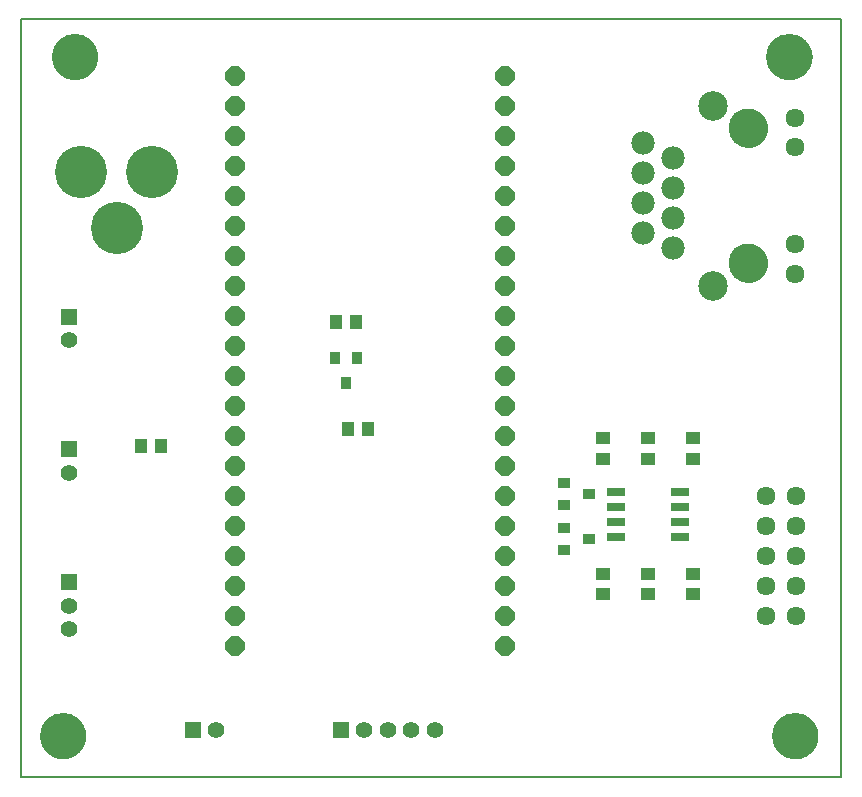
<source format=gts>
G75*
%MOIN*%
%OFA0B0*%
%FSLAX25Y25*%
%IPPOS*%
%LPD*%
%AMOC8*
5,1,8,0,0,1.08239X$1,22.5*
%
%ADD10C,0.00600*%
%ADD11C,0.00000*%
%ADD12C,0.15361*%
%ADD13C,0.05550*%
%ADD14R,0.05550X0.05550*%
%ADD15C,0.07800*%
%ADD16C,0.09849*%
%ADD17C,0.06337*%
%ADD18C,0.12998*%
%ADD19C,0.17400*%
%ADD20OC8,0.06337*%
%ADD21R,0.06400X0.02800*%
%ADD22R,0.03943X0.03550*%
%ADD23R,0.04731X0.04337*%
%ADD24R,0.04337X0.04731*%
%ADD25R,0.03550X0.03943*%
D10*
X0015315Y0001300D02*
X0015315Y0253859D01*
X0288346Y0253859D01*
X0288346Y0001300D01*
X0015315Y0001300D01*
D11*
X0021614Y0015080D02*
X0021616Y0015264D01*
X0021623Y0015447D01*
X0021634Y0015630D01*
X0021650Y0015813D01*
X0021670Y0015996D01*
X0021695Y0016178D01*
X0021724Y0016359D01*
X0021758Y0016539D01*
X0021796Y0016719D01*
X0021838Y0016897D01*
X0021885Y0017075D01*
X0021936Y0017251D01*
X0021992Y0017426D01*
X0022051Y0017600D01*
X0022115Y0017772D01*
X0022183Y0017942D01*
X0022256Y0018111D01*
X0022332Y0018278D01*
X0022413Y0018443D01*
X0022497Y0018606D01*
X0022586Y0018767D01*
X0022678Y0018925D01*
X0022774Y0019082D01*
X0022875Y0019236D01*
X0022978Y0019387D01*
X0023086Y0019536D01*
X0023197Y0019682D01*
X0023312Y0019825D01*
X0023430Y0019966D01*
X0023552Y0020103D01*
X0023677Y0020238D01*
X0023805Y0020369D01*
X0023936Y0020497D01*
X0024071Y0020622D01*
X0024208Y0020744D01*
X0024349Y0020862D01*
X0024492Y0020977D01*
X0024638Y0021088D01*
X0024787Y0021196D01*
X0024938Y0021299D01*
X0025092Y0021400D01*
X0025249Y0021496D01*
X0025407Y0021588D01*
X0025568Y0021677D01*
X0025731Y0021761D01*
X0025896Y0021842D01*
X0026063Y0021918D01*
X0026232Y0021991D01*
X0026402Y0022059D01*
X0026574Y0022123D01*
X0026748Y0022182D01*
X0026923Y0022238D01*
X0027099Y0022289D01*
X0027277Y0022336D01*
X0027455Y0022378D01*
X0027635Y0022416D01*
X0027815Y0022450D01*
X0027996Y0022479D01*
X0028178Y0022504D01*
X0028361Y0022524D01*
X0028544Y0022540D01*
X0028727Y0022551D01*
X0028910Y0022558D01*
X0029094Y0022560D01*
X0029278Y0022558D01*
X0029461Y0022551D01*
X0029644Y0022540D01*
X0029827Y0022524D01*
X0030010Y0022504D01*
X0030192Y0022479D01*
X0030373Y0022450D01*
X0030553Y0022416D01*
X0030733Y0022378D01*
X0030911Y0022336D01*
X0031089Y0022289D01*
X0031265Y0022238D01*
X0031440Y0022182D01*
X0031614Y0022123D01*
X0031786Y0022059D01*
X0031956Y0021991D01*
X0032125Y0021918D01*
X0032292Y0021842D01*
X0032457Y0021761D01*
X0032620Y0021677D01*
X0032781Y0021588D01*
X0032939Y0021496D01*
X0033096Y0021400D01*
X0033250Y0021299D01*
X0033401Y0021196D01*
X0033550Y0021088D01*
X0033696Y0020977D01*
X0033839Y0020862D01*
X0033980Y0020744D01*
X0034117Y0020622D01*
X0034252Y0020497D01*
X0034383Y0020369D01*
X0034511Y0020238D01*
X0034636Y0020103D01*
X0034758Y0019966D01*
X0034876Y0019825D01*
X0034991Y0019682D01*
X0035102Y0019536D01*
X0035210Y0019387D01*
X0035313Y0019236D01*
X0035414Y0019082D01*
X0035510Y0018925D01*
X0035602Y0018767D01*
X0035691Y0018606D01*
X0035775Y0018443D01*
X0035856Y0018278D01*
X0035932Y0018111D01*
X0036005Y0017942D01*
X0036073Y0017772D01*
X0036137Y0017600D01*
X0036196Y0017426D01*
X0036252Y0017251D01*
X0036303Y0017075D01*
X0036350Y0016897D01*
X0036392Y0016719D01*
X0036430Y0016539D01*
X0036464Y0016359D01*
X0036493Y0016178D01*
X0036518Y0015996D01*
X0036538Y0015813D01*
X0036554Y0015630D01*
X0036565Y0015447D01*
X0036572Y0015264D01*
X0036574Y0015080D01*
X0036572Y0014896D01*
X0036565Y0014713D01*
X0036554Y0014530D01*
X0036538Y0014347D01*
X0036518Y0014164D01*
X0036493Y0013982D01*
X0036464Y0013801D01*
X0036430Y0013621D01*
X0036392Y0013441D01*
X0036350Y0013263D01*
X0036303Y0013085D01*
X0036252Y0012909D01*
X0036196Y0012734D01*
X0036137Y0012560D01*
X0036073Y0012388D01*
X0036005Y0012218D01*
X0035932Y0012049D01*
X0035856Y0011882D01*
X0035775Y0011717D01*
X0035691Y0011554D01*
X0035602Y0011393D01*
X0035510Y0011235D01*
X0035414Y0011078D01*
X0035313Y0010924D01*
X0035210Y0010773D01*
X0035102Y0010624D01*
X0034991Y0010478D01*
X0034876Y0010335D01*
X0034758Y0010194D01*
X0034636Y0010057D01*
X0034511Y0009922D01*
X0034383Y0009791D01*
X0034252Y0009663D01*
X0034117Y0009538D01*
X0033980Y0009416D01*
X0033839Y0009298D01*
X0033696Y0009183D01*
X0033550Y0009072D01*
X0033401Y0008964D01*
X0033250Y0008861D01*
X0033096Y0008760D01*
X0032939Y0008664D01*
X0032781Y0008572D01*
X0032620Y0008483D01*
X0032457Y0008399D01*
X0032292Y0008318D01*
X0032125Y0008242D01*
X0031956Y0008169D01*
X0031786Y0008101D01*
X0031614Y0008037D01*
X0031440Y0007978D01*
X0031265Y0007922D01*
X0031089Y0007871D01*
X0030911Y0007824D01*
X0030733Y0007782D01*
X0030553Y0007744D01*
X0030373Y0007710D01*
X0030192Y0007681D01*
X0030010Y0007656D01*
X0029827Y0007636D01*
X0029644Y0007620D01*
X0029461Y0007609D01*
X0029278Y0007602D01*
X0029094Y0007600D01*
X0028910Y0007602D01*
X0028727Y0007609D01*
X0028544Y0007620D01*
X0028361Y0007636D01*
X0028178Y0007656D01*
X0027996Y0007681D01*
X0027815Y0007710D01*
X0027635Y0007744D01*
X0027455Y0007782D01*
X0027277Y0007824D01*
X0027099Y0007871D01*
X0026923Y0007922D01*
X0026748Y0007978D01*
X0026574Y0008037D01*
X0026402Y0008101D01*
X0026232Y0008169D01*
X0026063Y0008242D01*
X0025896Y0008318D01*
X0025731Y0008399D01*
X0025568Y0008483D01*
X0025407Y0008572D01*
X0025249Y0008664D01*
X0025092Y0008760D01*
X0024938Y0008861D01*
X0024787Y0008964D01*
X0024638Y0009072D01*
X0024492Y0009183D01*
X0024349Y0009298D01*
X0024208Y0009416D01*
X0024071Y0009538D01*
X0023936Y0009663D01*
X0023805Y0009791D01*
X0023677Y0009922D01*
X0023552Y0010057D01*
X0023430Y0010194D01*
X0023312Y0010335D01*
X0023197Y0010478D01*
X0023086Y0010624D01*
X0022978Y0010773D01*
X0022875Y0010924D01*
X0022774Y0011078D01*
X0022678Y0011235D01*
X0022586Y0011393D01*
X0022497Y0011554D01*
X0022413Y0011717D01*
X0022332Y0011882D01*
X0022256Y0012049D01*
X0022183Y0012218D01*
X0022115Y0012388D01*
X0022051Y0012560D01*
X0021992Y0012734D01*
X0021936Y0012909D01*
X0021885Y0013085D01*
X0021838Y0013263D01*
X0021796Y0013441D01*
X0021758Y0013621D01*
X0021724Y0013801D01*
X0021695Y0013982D01*
X0021670Y0014164D01*
X0021650Y0014347D01*
X0021634Y0014530D01*
X0021623Y0014713D01*
X0021616Y0014896D01*
X0021614Y0015080D01*
X0251240Y0172658D02*
X0251242Y0172816D01*
X0251248Y0172974D01*
X0251258Y0173132D01*
X0251272Y0173290D01*
X0251290Y0173447D01*
X0251311Y0173604D01*
X0251337Y0173760D01*
X0251367Y0173916D01*
X0251400Y0174071D01*
X0251438Y0174224D01*
X0251479Y0174377D01*
X0251524Y0174529D01*
X0251573Y0174680D01*
X0251626Y0174829D01*
X0251682Y0174977D01*
X0251742Y0175123D01*
X0251806Y0175268D01*
X0251874Y0175411D01*
X0251945Y0175553D01*
X0252019Y0175693D01*
X0252097Y0175830D01*
X0252179Y0175966D01*
X0252263Y0176100D01*
X0252352Y0176231D01*
X0252443Y0176360D01*
X0252538Y0176487D01*
X0252635Y0176612D01*
X0252736Y0176734D01*
X0252840Y0176853D01*
X0252947Y0176970D01*
X0253057Y0177084D01*
X0253170Y0177195D01*
X0253285Y0177304D01*
X0253403Y0177409D01*
X0253524Y0177511D01*
X0253647Y0177611D01*
X0253773Y0177707D01*
X0253901Y0177800D01*
X0254031Y0177890D01*
X0254164Y0177976D01*
X0254299Y0178060D01*
X0254435Y0178139D01*
X0254574Y0178216D01*
X0254715Y0178288D01*
X0254857Y0178358D01*
X0255001Y0178423D01*
X0255147Y0178485D01*
X0255294Y0178543D01*
X0255443Y0178598D01*
X0255593Y0178649D01*
X0255744Y0178696D01*
X0255896Y0178739D01*
X0256049Y0178778D01*
X0256204Y0178814D01*
X0256359Y0178845D01*
X0256515Y0178873D01*
X0256671Y0178897D01*
X0256828Y0178917D01*
X0256986Y0178933D01*
X0257143Y0178945D01*
X0257302Y0178953D01*
X0257460Y0178957D01*
X0257618Y0178957D01*
X0257776Y0178953D01*
X0257935Y0178945D01*
X0258092Y0178933D01*
X0258250Y0178917D01*
X0258407Y0178897D01*
X0258563Y0178873D01*
X0258719Y0178845D01*
X0258874Y0178814D01*
X0259029Y0178778D01*
X0259182Y0178739D01*
X0259334Y0178696D01*
X0259485Y0178649D01*
X0259635Y0178598D01*
X0259784Y0178543D01*
X0259931Y0178485D01*
X0260077Y0178423D01*
X0260221Y0178358D01*
X0260363Y0178288D01*
X0260504Y0178216D01*
X0260643Y0178139D01*
X0260779Y0178060D01*
X0260914Y0177976D01*
X0261047Y0177890D01*
X0261177Y0177800D01*
X0261305Y0177707D01*
X0261431Y0177611D01*
X0261554Y0177511D01*
X0261675Y0177409D01*
X0261793Y0177304D01*
X0261908Y0177195D01*
X0262021Y0177084D01*
X0262131Y0176970D01*
X0262238Y0176853D01*
X0262342Y0176734D01*
X0262443Y0176612D01*
X0262540Y0176487D01*
X0262635Y0176360D01*
X0262726Y0176231D01*
X0262815Y0176100D01*
X0262899Y0175966D01*
X0262981Y0175830D01*
X0263059Y0175693D01*
X0263133Y0175553D01*
X0263204Y0175411D01*
X0263272Y0175268D01*
X0263336Y0175123D01*
X0263396Y0174977D01*
X0263452Y0174829D01*
X0263505Y0174680D01*
X0263554Y0174529D01*
X0263599Y0174377D01*
X0263640Y0174224D01*
X0263678Y0174071D01*
X0263711Y0173916D01*
X0263741Y0173760D01*
X0263767Y0173604D01*
X0263788Y0173447D01*
X0263806Y0173290D01*
X0263820Y0173132D01*
X0263830Y0172974D01*
X0263836Y0172816D01*
X0263838Y0172658D01*
X0263836Y0172500D01*
X0263830Y0172342D01*
X0263820Y0172184D01*
X0263806Y0172026D01*
X0263788Y0171869D01*
X0263767Y0171712D01*
X0263741Y0171556D01*
X0263711Y0171400D01*
X0263678Y0171245D01*
X0263640Y0171092D01*
X0263599Y0170939D01*
X0263554Y0170787D01*
X0263505Y0170636D01*
X0263452Y0170487D01*
X0263396Y0170339D01*
X0263336Y0170193D01*
X0263272Y0170048D01*
X0263204Y0169905D01*
X0263133Y0169763D01*
X0263059Y0169623D01*
X0262981Y0169486D01*
X0262899Y0169350D01*
X0262815Y0169216D01*
X0262726Y0169085D01*
X0262635Y0168956D01*
X0262540Y0168829D01*
X0262443Y0168704D01*
X0262342Y0168582D01*
X0262238Y0168463D01*
X0262131Y0168346D01*
X0262021Y0168232D01*
X0261908Y0168121D01*
X0261793Y0168012D01*
X0261675Y0167907D01*
X0261554Y0167805D01*
X0261431Y0167705D01*
X0261305Y0167609D01*
X0261177Y0167516D01*
X0261047Y0167426D01*
X0260914Y0167340D01*
X0260779Y0167256D01*
X0260643Y0167177D01*
X0260504Y0167100D01*
X0260363Y0167028D01*
X0260221Y0166958D01*
X0260077Y0166893D01*
X0259931Y0166831D01*
X0259784Y0166773D01*
X0259635Y0166718D01*
X0259485Y0166667D01*
X0259334Y0166620D01*
X0259182Y0166577D01*
X0259029Y0166538D01*
X0258874Y0166502D01*
X0258719Y0166471D01*
X0258563Y0166443D01*
X0258407Y0166419D01*
X0258250Y0166399D01*
X0258092Y0166383D01*
X0257935Y0166371D01*
X0257776Y0166363D01*
X0257618Y0166359D01*
X0257460Y0166359D01*
X0257302Y0166363D01*
X0257143Y0166371D01*
X0256986Y0166383D01*
X0256828Y0166399D01*
X0256671Y0166419D01*
X0256515Y0166443D01*
X0256359Y0166471D01*
X0256204Y0166502D01*
X0256049Y0166538D01*
X0255896Y0166577D01*
X0255744Y0166620D01*
X0255593Y0166667D01*
X0255443Y0166718D01*
X0255294Y0166773D01*
X0255147Y0166831D01*
X0255001Y0166893D01*
X0254857Y0166958D01*
X0254715Y0167028D01*
X0254574Y0167100D01*
X0254435Y0167177D01*
X0254299Y0167256D01*
X0254164Y0167340D01*
X0254031Y0167426D01*
X0253901Y0167516D01*
X0253773Y0167609D01*
X0253647Y0167705D01*
X0253524Y0167805D01*
X0253403Y0167907D01*
X0253285Y0168012D01*
X0253170Y0168121D01*
X0253057Y0168232D01*
X0252947Y0168346D01*
X0252840Y0168463D01*
X0252736Y0168582D01*
X0252635Y0168704D01*
X0252538Y0168829D01*
X0252443Y0168956D01*
X0252352Y0169085D01*
X0252263Y0169216D01*
X0252179Y0169350D01*
X0252097Y0169486D01*
X0252019Y0169623D01*
X0251945Y0169763D01*
X0251874Y0169905D01*
X0251806Y0170048D01*
X0251742Y0170193D01*
X0251682Y0170339D01*
X0251626Y0170487D01*
X0251573Y0170636D01*
X0251524Y0170787D01*
X0251479Y0170939D01*
X0251438Y0171092D01*
X0251400Y0171245D01*
X0251367Y0171400D01*
X0251337Y0171556D01*
X0251311Y0171712D01*
X0251290Y0171869D01*
X0251272Y0172026D01*
X0251258Y0172184D01*
X0251248Y0172342D01*
X0251242Y0172500D01*
X0251240Y0172658D01*
X0251240Y0217658D02*
X0251242Y0217816D01*
X0251248Y0217974D01*
X0251258Y0218132D01*
X0251272Y0218290D01*
X0251290Y0218447D01*
X0251311Y0218604D01*
X0251337Y0218760D01*
X0251367Y0218916D01*
X0251400Y0219071D01*
X0251438Y0219224D01*
X0251479Y0219377D01*
X0251524Y0219529D01*
X0251573Y0219680D01*
X0251626Y0219829D01*
X0251682Y0219977D01*
X0251742Y0220123D01*
X0251806Y0220268D01*
X0251874Y0220411D01*
X0251945Y0220553D01*
X0252019Y0220693D01*
X0252097Y0220830D01*
X0252179Y0220966D01*
X0252263Y0221100D01*
X0252352Y0221231D01*
X0252443Y0221360D01*
X0252538Y0221487D01*
X0252635Y0221612D01*
X0252736Y0221734D01*
X0252840Y0221853D01*
X0252947Y0221970D01*
X0253057Y0222084D01*
X0253170Y0222195D01*
X0253285Y0222304D01*
X0253403Y0222409D01*
X0253524Y0222511D01*
X0253647Y0222611D01*
X0253773Y0222707D01*
X0253901Y0222800D01*
X0254031Y0222890D01*
X0254164Y0222976D01*
X0254299Y0223060D01*
X0254435Y0223139D01*
X0254574Y0223216D01*
X0254715Y0223288D01*
X0254857Y0223358D01*
X0255001Y0223423D01*
X0255147Y0223485D01*
X0255294Y0223543D01*
X0255443Y0223598D01*
X0255593Y0223649D01*
X0255744Y0223696D01*
X0255896Y0223739D01*
X0256049Y0223778D01*
X0256204Y0223814D01*
X0256359Y0223845D01*
X0256515Y0223873D01*
X0256671Y0223897D01*
X0256828Y0223917D01*
X0256986Y0223933D01*
X0257143Y0223945D01*
X0257302Y0223953D01*
X0257460Y0223957D01*
X0257618Y0223957D01*
X0257776Y0223953D01*
X0257935Y0223945D01*
X0258092Y0223933D01*
X0258250Y0223917D01*
X0258407Y0223897D01*
X0258563Y0223873D01*
X0258719Y0223845D01*
X0258874Y0223814D01*
X0259029Y0223778D01*
X0259182Y0223739D01*
X0259334Y0223696D01*
X0259485Y0223649D01*
X0259635Y0223598D01*
X0259784Y0223543D01*
X0259931Y0223485D01*
X0260077Y0223423D01*
X0260221Y0223358D01*
X0260363Y0223288D01*
X0260504Y0223216D01*
X0260643Y0223139D01*
X0260779Y0223060D01*
X0260914Y0222976D01*
X0261047Y0222890D01*
X0261177Y0222800D01*
X0261305Y0222707D01*
X0261431Y0222611D01*
X0261554Y0222511D01*
X0261675Y0222409D01*
X0261793Y0222304D01*
X0261908Y0222195D01*
X0262021Y0222084D01*
X0262131Y0221970D01*
X0262238Y0221853D01*
X0262342Y0221734D01*
X0262443Y0221612D01*
X0262540Y0221487D01*
X0262635Y0221360D01*
X0262726Y0221231D01*
X0262815Y0221100D01*
X0262899Y0220966D01*
X0262981Y0220830D01*
X0263059Y0220693D01*
X0263133Y0220553D01*
X0263204Y0220411D01*
X0263272Y0220268D01*
X0263336Y0220123D01*
X0263396Y0219977D01*
X0263452Y0219829D01*
X0263505Y0219680D01*
X0263554Y0219529D01*
X0263599Y0219377D01*
X0263640Y0219224D01*
X0263678Y0219071D01*
X0263711Y0218916D01*
X0263741Y0218760D01*
X0263767Y0218604D01*
X0263788Y0218447D01*
X0263806Y0218290D01*
X0263820Y0218132D01*
X0263830Y0217974D01*
X0263836Y0217816D01*
X0263838Y0217658D01*
X0263836Y0217500D01*
X0263830Y0217342D01*
X0263820Y0217184D01*
X0263806Y0217026D01*
X0263788Y0216869D01*
X0263767Y0216712D01*
X0263741Y0216556D01*
X0263711Y0216400D01*
X0263678Y0216245D01*
X0263640Y0216092D01*
X0263599Y0215939D01*
X0263554Y0215787D01*
X0263505Y0215636D01*
X0263452Y0215487D01*
X0263396Y0215339D01*
X0263336Y0215193D01*
X0263272Y0215048D01*
X0263204Y0214905D01*
X0263133Y0214763D01*
X0263059Y0214623D01*
X0262981Y0214486D01*
X0262899Y0214350D01*
X0262815Y0214216D01*
X0262726Y0214085D01*
X0262635Y0213956D01*
X0262540Y0213829D01*
X0262443Y0213704D01*
X0262342Y0213582D01*
X0262238Y0213463D01*
X0262131Y0213346D01*
X0262021Y0213232D01*
X0261908Y0213121D01*
X0261793Y0213012D01*
X0261675Y0212907D01*
X0261554Y0212805D01*
X0261431Y0212705D01*
X0261305Y0212609D01*
X0261177Y0212516D01*
X0261047Y0212426D01*
X0260914Y0212340D01*
X0260779Y0212256D01*
X0260643Y0212177D01*
X0260504Y0212100D01*
X0260363Y0212028D01*
X0260221Y0211958D01*
X0260077Y0211893D01*
X0259931Y0211831D01*
X0259784Y0211773D01*
X0259635Y0211718D01*
X0259485Y0211667D01*
X0259334Y0211620D01*
X0259182Y0211577D01*
X0259029Y0211538D01*
X0258874Y0211502D01*
X0258719Y0211471D01*
X0258563Y0211443D01*
X0258407Y0211419D01*
X0258250Y0211399D01*
X0258092Y0211383D01*
X0257935Y0211371D01*
X0257776Y0211363D01*
X0257618Y0211359D01*
X0257460Y0211359D01*
X0257302Y0211363D01*
X0257143Y0211371D01*
X0256986Y0211383D01*
X0256828Y0211399D01*
X0256671Y0211419D01*
X0256515Y0211443D01*
X0256359Y0211471D01*
X0256204Y0211502D01*
X0256049Y0211538D01*
X0255896Y0211577D01*
X0255744Y0211620D01*
X0255593Y0211667D01*
X0255443Y0211718D01*
X0255294Y0211773D01*
X0255147Y0211831D01*
X0255001Y0211893D01*
X0254857Y0211958D01*
X0254715Y0212028D01*
X0254574Y0212100D01*
X0254435Y0212177D01*
X0254299Y0212256D01*
X0254164Y0212340D01*
X0254031Y0212426D01*
X0253901Y0212516D01*
X0253773Y0212609D01*
X0253647Y0212705D01*
X0253524Y0212805D01*
X0253403Y0212907D01*
X0253285Y0213012D01*
X0253170Y0213121D01*
X0253057Y0213232D01*
X0252947Y0213346D01*
X0252840Y0213463D01*
X0252736Y0213582D01*
X0252635Y0213704D01*
X0252538Y0213829D01*
X0252443Y0213956D01*
X0252352Y0214085D01*
X0252263Y0214216D01*
X0252179Y0214350D01*
X0252097Y0214486D01*
X0252019Y0214623D01*
X0251945Y0214763D01*
X0251874Y0214905D01*
X0251806Y0215048D01*
X0251742Y0215193D01*
X0251682Y0215339D01*
X0251626Y0215487D01*
X0251573Y0215636D01*
X0251524Y0215787D01*
X0251479Y0215939D01*
X0251438Y0216092D01*
X0251400Y0216245D01*
X0251367Y0216400D01*
X0251337Y0216556D01*
X0251311Y0216712D01*
X0251290Y0216869D01*
X0251272Y0217026D01*
X0251258Y0217184D01*
X0251248Y0217342D01*
X0251242Y0217500D01*
X0251240Y0217658D01*
X0263740Y0241457D02*
X0263742Y0241641D01*
X0263749Y0241824D01*
X0263760Y0242007D01*
X0263776Y0242190D01*
X0263796Y0242373D01*
X0263821Y0242555D01*
X0263850Y0242736D01*
X0263884Y0242916D01*
X0263922Y0243096D01*
X0263964Y0243274D01*
X0264011Y0243452D01*
X0264062Y0243628D01*
X0264118Y0243803D01*
X0264177Y0243977D01*
X0264241Y0244149D01*
X0264309Y0244319D01*
X0264382Y0244488D01*
X0264458Y0244655D01*
X0264539Y0244820D01*
X0264623Y0244983D01*
X0264712Y0245144D01*
X0264804Y0245302D01*
X0264900Y0245459D01*
X0265001Y0245613D01*
X0265104Y0245764D01*
X0265212Y0245913D01*
X0265323Y0246059D01*
X0265438Y0246202D01*
X0265556Y0246343D01*
X0265678Y0246480D01*
X0265803Y0246615D01*
X0265931Y0246746D01*
X0266062Y0246874D01*
X0266197Y0246999D01*
X0266334Y0247121D01*
X0266475Y0247239D01*
X0266618Y0247354D01*
X0266764Y0247465D01*
X0266913Y0247573D01*
X0267064Y0247676D01*
X0267218Y0247777D01*
X0267375Y0247873D01*
X0267533Y0247965D01*
X0267694Y0248054D01*
X0267857Y0248138D01*
X0268022Y0248219D01*
X0268189Y0248295D01*
X0268358Y0248368D01*
X0268528Y0248436D01*
X0268700Y0248500D01*
X0268874Y0248559D01*
X0269049Y0248615D01*
X0269225Y0248666D01*
X0269403Y0248713D01*
X0269581Y0248755D01*
X0269761Y0248793D01*
X0269941Y0248827D01*
X0270122Y0248856D01*
X0270304Y0248881D01*
X0270487Y0248901D01*
X0270670Y0248917D01*
X0270853Y0248928D01*
X0271036Y0248935D01*
X0271220Y0248937D01*
X0271404Y0248935D01*
X0271587Y0248928D01*
X0271770Y0248917D01*
X0271953Y0248901D01*
X0272136Y0248881D01*
X0272318Y0248856D01*
X0272499Y0248827D01*
X0272679Y0248793D01*
X0272859Y0248755D01*
X0273037Y0248713D01*
X0273215Y0248666D01*
X0273391Y0248615D01*
X0273566Y0248559D01*
X0273740Y0248500D01*
X0273912Y0248436D01*
X0274082Y0248368D01*
X0274251Y0248295D01*
X0274418Y0248219D01*
X0274583Y0248138D01*
X0274746Y0248054D01*
X0274907Y0247965D01*
X0275065Y0247873D01*
X0275222Y0247777D01*
X0275376Y0247676D01*
X0275527Y0247573D01*
X0275676Y0247465D01*
X0275822Y0247354D01*
X0275965Y0247239D01*
X0276106Y0247121D01*
X0276243Y0246999D01*
X0276378Y0246874D01*
X0276509Y0246746D01*
X0276637Y0246615D01*
X0276762Y0246480D01*
X0276884Y0246343D01*
X0277002Y0246202D01*
X0277117Y0246059D01*
X0277228Y0245913D01*
X0277336Y0245764D01*
X0277439Y0245613D01*
X0277540Y0245459D01*
X0277636Y0245302D01*
X0277728Y0245144D01*
X0277817Y0244983D01*
X0277901Y0244820D01*
X0277982Y0244655D01*
X0278058Y0244488D01*
X0278131Y0244319D01*
X0278199Y0244149D01*
X0278263Y0243977D01*
X0278322Y0243803D01*
X0278378Y0243628D01*
X0278429Y0243452D01*
X0278476Y0243274D01*
X0278518Y0243096D01*
X0278556Y0242916D01*
X0278590Y0242736D01*
X0278619Y0242555D01*
X0278644Y0242373D01*
X0278664Y0242190D01*
X0278680Y0242007D01*
X0278691Y0241824D01*
X0278698Y0241641D01*
X0278700Y0241457D01*
X0278698Y0241273D01*
X0278691Y0241090D01*
X0278680Y0240907D01*
X0278664Y0240724D01*
X0278644Y0240541D01*
X0278619Y0240359D01*
X0278590Y0240178D01*
X0278556Y0239998D01*
X0278518Y0239818D01*
X0278476Y0239640D01*
X0278429Y0239462D01*
X0278378Y0239286D01*
X0278322Y0239111D01*
X0278263Y0238937D01*
X0278199Y0238765D01*
X0278131Y0238595D01*
X0278058Y0238426D01*
X0277982Y0238259D01*
X0277901Y0238094D01*
X0277817Y0237931D01*
X0277728Y0237770D01*
X0277636Y0237612D01*
X0277540Y0237455D01*
X0277439Y0237301D01*
X0277336Y0237150D01*
X0277228Y0237001D01*
X0277117Y0236855D01*
X0277002Y0236712D01*
X0276884Y0236571D01*
X0276762Y0236434D01*
X0276637Y0236299D01*
X0276509Y0236168D01*
X0276378Y0236040D01*
X0276243Y0235915D01*
X0276106Y0235793D01*
X0275965Y0235675D01*
X0275822Y0235560D01*
X0275676Y0235449D01*
X0275527Y0235341D01*
X0275376Y0235238D01*
X0275222Y0235137D01*
X0275065Y0235041D01*
X0274907Y0234949D01*
X0274746Y0234860D01*
X0274583Y0234776D01*
X0274418Y0234695D01*
X0274251Y0234619D01*
X0274082Y0234546D01*
X0273912Y0234478D01*
X0273740Y0234414D01*
X0273566Y0234355D01*
X0273391Y0234299D01*
X0273215Y0234248D01*
X0273037Y0234201D01*
X0272859Y0234159D01*
X0272679Y0234121D01*
X0272499Y0234087D01*
X0272318Y0234058D01*
X0272136Y0234033D01*
X0271953Y0234013D01*
X0271770Y0233997D01*
X0271587Y0233986D01*
X0271404Y0233979D01*
X0271220Y0233977D01*
X0271036Y0233979D01*
X0270853Y0233986D01*
X0270670Y0233997D01*
X0270487Y0234013D01*
X0270304Y0234033D01*
X0270122Y0234058D01*
X0269941Y0234087D01*
X0269761Y0234121D01*
X0269581Y0234159D01*
X0269403Y0234201D01*
X0269225Y0234248D01*
X0269049Y0234299D01*
X0268874Y0234355D01*
X0268700Y0234414D01*
X0268528Y0234478D01*
X0268358Y0234546D01*
X0268189Y0234619D01*
X0268022Y0234695D01*
X0267857Y0234776D01*
X0267694Y0234860D01*
X0267533Y0234949D01*
X0267375Y0235041D01*
X0267218Y0235137D01*
X0267064Y0235238D01*
X0266913Y0235341D01*
X0266764Y0235449D01*
X0266618Y0235560D01*
X0266475Y0235675D01*
X0266334Y0235793D01*
X0266197Y0235915D01*
X0266062Y0236040D01*
X0265931Y0236168D01*
X0265803Y0236299D01*
X0265678Y0236434D01*
X0265556Y0236571D01*
X0265438Y0236712D01*
X0265323Y0236855D01*
X0265212Y0237001D01*
X0265104Y0237150D01*
X0265001Y0237301D01*
X0264900Y0237455D01*
X0264804Y0237612D01*
X0264712Y0237770D01*
X0264623Y0237931D01*
X0264539Y0238094D01*
X0264458Y0238259D01*
X0264382Y0238426D01*
X0264309Y0238595D01*
X0264241Y0238765D01*
X0264177Y0238937D01*
X0264118Y0239111D01*
X0264062Y0239286D01*
X0264011Y0239462D01*
X0263964Y0239640D01*
X0263922Y0239818D01*
X0263884Y0239998D01*
X0263850Y0240178D01*
X0263821Y0240359D01*
X0263796Y0240541D01*
X0263776Y0240724D01*
X0263760Y0240907D01*
X0263749Y0241090D01*
X0263742Y0241273D01*
X0263740Y0241457D01*
X0025551Y0241457D02*
X0025553Y0241641D01*
X0025560Y0241824D01*
X0025571Y0242007D01*
X0025587Y0242190D01*
X0025607Y0242373D01*
X0025632Y0242555D01*
X0025661Y0242736D01*
X0025695Y0242916D01*
X0025733Y0243096D01*
X0025775Y0243274D01*
X0025822Y0243452D01*
X0025873Y0243628D01*
X0025929Y0243803D01*
X0025988Y0243977D01*
X0026052Y0244149D01*
X0026120Y0244319D01*
X0026193Y0244488D01*
X0026269Y0244655D01*
X0026350Y0244820D01*
X0026434Y0244983D01*
X0026523Y0245144D01*
X0026615Y0245302D01*
X0026711Y0245459D01*
X0026812Y0245613D01*
X0026915Y0245764D01*
X0027023Y0245913D01*
X0027134Y0246059D01*
X0027249Y0246202D01*
X0027367Y0246343D01*
X0027489Y0246480D01*
X0027614Y0246615D01*
X0027742Y0246746D01*
X0027873Y0246874D01*
X0028008Y0246999D01*
X0028145Y0247121D01*
X0028286Y0247239D01*
X0028429Y0247354D01*
X0028575Y0247465D01*
X0028724Y0247573D01*
X0028875Y0247676D01*
X0029029Y0247777D01*
X0029186Y0247873D01*
X0029344Y0247965D01*
X0029505Y0248054D01*
X0029668Y0248138D01*
X0029833Y0248219D01*
X0030000Y0248295D01*
X0030169Y0248368D01*
X0030339Y0248436D01*
X0030511Y0248500D01*
X0030685Y0248559D01*
X0030860Y0248615D01*
X0031036Y0248666D01*
X0031214Y0248713D01*
X0031392Y0248755D01*
X0031572Y0248793D01*
X0031752Y0248827D01*
X0031933Y0248856D01*
X0032115Y0248881D01*
X0032298Y0248901D01*
X0032481Y0248917D01*
X0032664Y0248928D01*
X0032847Y0248935D01*
X0033031Y0248937D01*
X0033215Y0248935D01*
X0033398Y0248928D01*
X0033581Y0248917D01*
X0033764Y0248901D01*
X0033947Y0248881D01*
X0034129Y0248856D01*
X0034310Y0248827D01*
X0034490Y0248793D01*
X0034670Y0248755D01*
X0034848Y0248713D01*
X0035026Y0248666D01*
X0035202Y0248615D01*
X0035377Y0248559D01*
X0035551Y0248500D01*
X0035723Y0248436D01*
X0035893Y0248368D01*
X0036062Y0248295D01*
X0036229Y0248219D01*
X0036394Y0248138D01*
X0036557Y0248054D01*
X0036718Y0247965D01*
X0036876Y0247873D01*
X0037033Y0247777D01*
X0037187Y0247676D01*
X0037338Y0247573D01*
X0037487Y0247465D01*
X0037633Y0247354D01*
X0037776Y0247239D01*
X0037917Y0247121D01*
X0038054Y0246999D01*
X0038189Y0246874D01*
X0038320Y0246746D01*
X0038448Y0246615D01*
X0038573Y0246480D01*
X0038695Y0246343D01*
X0038813Y0246202D01*
X0038928Y0246059D01*
X0039039Y0245913D01*
X0039147Y0245764D01*
X0039250Y0245613D01*
X0039351Y0245459D01*
X0039447Y0245302D01*
X0039539Y0245144D01*
X0039628Y0244983D01*
X0039712Y0244820D01*
X0039793Y0244655D01*
X0039869Y0244488D01*
X0039942Y0244319D01*
X0040010Y0244149D01*
X0040074Y0243977D01*
X0040133Y0243803D01*
X0040189Y0243628D01*
X0040240Y0243452D01*
X0040287Y0243274D01*
X0040329Y0243096D01*
X0040367Y0242916D01*
X0040401Y0242736D01*
X0040430Y0242555D01*
X0040455Y0242373D01*
X0040475Y0242190D01*
X0040491Y0242007D01*
X0040502Y0241824D01*
X0040509Y0241641D01*
X0040511Y0241457D01*
X0040509Y0241273D01*
X0040502Y0241090D01*
X0040491Y0240907D01*
X0040475Y0240724D01*
X0040455Y0240541D01*
X0040430Y0240359D01*
X0040401Y0240178D01*
X0040367Y0239998D01*
X0040329Y0239818D01*
X0040287Y0239640D01*
X0040240Y0239462D01*
X0040189Y0239286D01*
X0040133Y0239111D01*
X0040074Y0238937D01*
X0040010Y0238765D01*
X0039942Y0238595D01*
X0039869Y0238426D01*
X0039793Y0238259D01*
X0039712Y0238094D01*
X0039628Y0237931D01*
X0039539Y0237770D01*
X0039447Y0237612D01*
X0039351Y0237455D01*
X0039250Y0237301D01*
X0039147Y0237150D01*
X0039039Y0237001D01*
X0038928Y0236855D01*
X0038813Y0236712D01*
X0038695Y0236571D01*
X0038573Y0236434D01*
X0038448Y0236299D01*
X0038320Y0236168D01*
X0038189Y0236040D01*
X0038054Y0235915D01*
X0037917Y0235793D01*
X0037776Y0235675D01*
X0037633Y0235560D01*
X0037487Y0235449D01*
X0037338Y0235341D01*
X0037187Y0235238D01*
X0037033Y0235137D01*
X0036876Y0235041D01*
X0036718Y0234949D01*
X0036557Y0234860D01*
X0036394Y0234776D01*
X0036229Y0234695D01*
X0036062Y0234619D01*
X0035893Y0234546D01*
X0035723Y0234478D01*
X0035551Y0234414D01*
X0035377Y0234355D01*
X0035202Y0234299D01*
X0035026Y0234248D01*
X0034848Y0234201D01*
X0034670Y0234159D01*
X0034490Y0234121D01*
X0034310Y0234087D01*
X0034129Y0234058D01*
X0033947Y0234033D01*
X0033764Y0234013D01*
X0033581Y0233997D01*
X0033398Y0233986D01*
X0033215Y0233979D01*
X0033031Y0233977D01*
X0032847Y0233979D01*
X0032664Y0233986D01*
X0032481Y0233997D01*
X0032298Y0234013D01*
X0032115Y0234033D01*
X0031933Y0234058D01*
X0031752Y0234087D01*
X0031572Y0234121D01*
X0031392Y0234159D01*
X0031214Y0234201D01*
X0031036Y0234248D01*
X0030860Y0234299D01*
X0030685Y0234355D01*
X0030511Y0234414D01*
X0030339Y0234478D01*
X0030169Y0234546D01*
X0030000Y0234619D01*
X0029833Y0234695D01*
X0029668Y0234776D01*
X0029505Y0234860D01*
X0029344Y0234949D01*
X0029186Y0235041D01*
X0029029Y0235137D01*
X0028875Y0235238D01*
X0028724Y0235341D01*
X0028575Y0235449D01*
X0028429Y0235560D01*
X0028286Y0235675D01*
X0028145Y0235793D01*
X0028008Y0235915D01*
X0027873Y0236040D01*
X0027742Y0236168D01*
X0027614Y0236299D01*
X0027489Y0236434D01*
X0027367Y0236571D01*
X0027249Y0236712D01*
X0027134Y0236855D01*
X0027023Y0237001D01*
X0026915Y0237150D01*
X0026812Y0237301D01*
X0026711Y0237455D01*
X0026615Y0237612D01*
X0026523Y0237770D01*
X0026434Y0237931D01*
X0026350Y0238094D01*
X0026269Y0238259D01*
X0026193Y0238426D01*
X0026120Y0238595D01*
X0026052Y0238765D01*
X0025988Y0238937D01*
X0025929Y0239111D01*
X0025873Y0239286D01*
X0025822Y0239462D01*
X0025775Y0239640D01*
X0025733Y0239818D01*
X0025695Y0239998D01*
X0025661Y0240178D01*
X0025632Y0240359D01*
X0025607Y0240541D01*
X0025587Y0240724D01*
X0025571Y0240907D01*
X0025560Y0241090D01*
X0025553Y0241273D01*
X0025551Y0241457D01*
X0265709Y0015080D02*
X0265711Y0015264D01*
X0265718Y0015447D01*
X0265729Y0015630D01*
X0265745Y0015813D01*
X0265765Y0015996D01*
X0265790Y0016178D01*
X0265819Y0016359D01*
X0265853Y0016539D01*
X0265891Y0016719D01*
X0265933Y0016897D01*
X0265980Y0017075D01*
X0266031Y0017251D01*
X0266087Y0017426D01*
X0266146Y0017600D01*
X0266210Y0017772D01*
X0266278Y0017942D01*
X0266351Y0018111D01*
X0266427Y0018278D01*
X0266508Y0018443D01*
X0266592Y0018606D01*
X0266681Y0018767D01*
X0266773Y0018925D01*
X0266869Y0019082D01*
X0266970Y0019236D01*
X0267073Y0019387D01*
X0267181Y0019536D01*
X0267292Y0019682D01*
X0267407Y0019825D01*
X0267525Y0019966D01*
X0267647Y0020103D01*
X0267772Y0020238D01*
X0267900Y0020369D01*
X0268031Y0020497D01*
X0268166Y0020622D01*
X0268303Y0020744D01*
X0268444Y0020862D01*
X0268587Y0020977D01*
X0268733Y0021088D01*
X0268882Y0021196D01*
X0269033Y0021299D01*
X0269187Y0021400D01*
X0269344Y0021496D01*
X0269502Y0021588D01*
X0269663Y0021677D01*
X0269826Y0021761D01*
X0269991Y0021842D01*
X0270158Y0021918D01*
X0270327Y0021991D01*
X0270497Y0022059D01*
X0270669Y0022123D01*
X0270843Y0022182D01*
X0271018Y0022238D01*
X0271194Y0022289D01*
X0271372Y0022336D01*
X0271550Y0022378D01*
X0271730Y0022416D01*
X0271910Y0022450D01*
X0272091Y0022479D01*
X0272273Y0022504D01*
X0272456Y0022524D01*
X0272639Y0022540D01*
X0272822Y0022551D01*
X0273005Y0022558D01*
X0273189Y0022560D01*
X0273373Y0022558D01*
X0273556Y0022551D01*
X0273739Y0022540D01*
X0273922Y0022524D01*
X0274105Y0022504D01*
X0274287Y0022479D01*
X0274468Y0022450D01*
X0274648Y0022416D01*
X0274828Y0022378D01*
X0275006Y0022336D01*
X0275184Y0022289D01*
X0275360Y0022238D01*
X0275535Y0022182D01*
X0275709Y0022123D01*
X0275881Y0022059D01*
X0276051Y0021991D01*
X0276220Y0021918D01*
X0276387Y0021842D01*
X0276552Y0021761D01*
X0276715Y0021677D01*
X0276876Y0021588D01*
X0277034Y0021496D01*
X0277191Y0021400D01*
X0277345Y0021299D01*
X0277496Y0021196D01*
X0277645Y0021088D01*
X0277791Y0020977D01*
X0277934Y0020862D01*
X0278075Y0020744D01*
X0278212Y0020622D01*
X0278347Y0020497D01*
X0278478Y0020369D01*
X0278606Y0020238D01*
X0278731Y0020103D01*
X0278853Y0019966D01*
X0278971Y0019825D01*
X0279086Y0019682D01*
X0279197Y0019536D01*
X0279305Y0019387D01*
X0279408Y0019236D01*
X0279509Y0019082D01*
X0279605Y0018925D01*
X0279697Y0018767D01*
X0279786Y0018606D01*
X0279870Y0018443D01*
X0279951Y0018278D01*
X0280027Y0018111D01*
X0280100Y0017942D01*
X0280168Y0017772D01*
X0280232Y0017600D01*
X0280291Y0017426D01*
X0280347Y0017251D01*
X0280398Y0017075D01*
X0280445Y0016897D01*
X0280487Y0016719D01*
X0280525Y0016539D01*
X0280559Y0016359D01*
X0280588Y0016178D01*
X0280613Y0015996D01*
X0280633Y0015813D01*
X0280649Y0015630D01*
X0280660Y0015447D01*
X0280667Y0015264D01*
X0280669Y0015080D01*
X0280667Y0014896D01*
X0280660Y0014713D01*
X0280649Y0014530D01*
X0280633Y0014347D01*
X0280613Y0014164D01*
X0280588Y0013982D01*
X0280559Y0013801D01*
X0280525Y0013621D01*
X0280487Y0013441D01*
X0280445Y0013263D01*
X0280398Y0013085D01*
X0280347Y0012909D01*
X0280291Y0012734D01*
X0280232Y0012560D01*
X0280168Y0012388D01*
X0280100Y0012218D01*
X0280027Y0012049D01*
X0279951Y0011882D01*
X0279870Y0011717D01*
X0279786Y0011554D01*
X0279697Y0011393D01*
X0279605Y0011235D01*
X0279509Y0011078D01*
X0279408Y0010924D01*
X0279305Y0010773D01*
X0279197Y0010624D01*
X0279086Y0010478D01*
X0278971Y0010335D01*
X0278853Y0010194D01*
X0278731Y0010057D01*
X0278606Y0009922D01*
X0278478Y0009791D01*
X0278347Y0009663D01*
X0278212Y0009538D01*
X0278075Y0009416D01*
X0277934Y0009298D01*
X0277791Y0009183D01*
X0277645Y0009072D01*
X0277496Y0008964D01*
X0277345Y0008861D01*
X0277191Y0008760D01*
X0277034Y0008664D01*
X0276876Y0008572D01*
X0276715Y0008483D01*
X0276552Y0008399D01*
X0276387Y0008318D01*
X0276220Y0008242D01*
X0276051Y0008169D01*
X0275881Y0008101D01*
X0275709Y0008037D01*
X0275535Y0007978D01*
X0275360Y0007922D01*
X0275184Y0007871D01*
X0275006Y0007824D01*
X0274828Y0007782D01*
X0274648Y0007744D01*
X0274468Y0007710D01*
X0274287Y0007681D01*
X0274105Y0007656D01*
X0273922Y0007636D01*
X0273739Y0007620D01*
X0273556Y0007609D01*
X0273373Y0007602D01*
X0273189Y0007600D01*
X0273005Y0007602D01*
X0272822Y0007609D01*
X0272639Y0007620D01*
X0272456Y0007636D01*
X0272273Y0007656D01*
X0272091Y0007681D01*
X0271910Y0007710D01*
X0271730Y0007744D01*
X0271550Y0007782D01*
X0271372Y0007824D01*
X0271194Y0007871D01*
X0271018Y0007922D01*
X0270843Y0007978D01*
X0270669Y0008037D01*
X0270497Y0008101D01*
X0270327Y0008169D01*
X0270158Y0008242D01*
X0269991Y0008318D01*
X0269826Y0008399D01*
X0269663Y0008483D01*
X0269502Y0008572D01*
X0269344Y0008664D01*
X0269187Y0008760D01*
X0269033Y0008861D01*
X0268882Y0008964D01*
X0268733Y0009072D01*
X0268587Y0009183D01*
X0268444Y0009298D01*
X0268303Y0009416D01*
X0268166Y0009538D01*
X0268031Y0009663D01*
X0267900Y0009791D01*
X0267772Y0009922D01*
X0267647Y0010057D01*
X0267525Y0010194D01*
X0267407Y0010335D01*
X0267292Y0010478D01*
X0267181Y0010624D01*
X0267073Y0010773D01*
X0266970Y0010924D01*
X0266869Y0011078D01*
X0266773Y0011235D01*
X0266681Y0011393D01*
X0266592Y0011554D01*
X0266508Y0011717D01*
X0266427Y0011882D01*
X0266351Y0012049D01*
X0266278Y0012218D01*
X0266210Y0012388D01*
X0266146Y0012560D01*
X0266087Y0012734D01*
X0266031Y0012909D01*
X0265980Y0013085D01*
X0265933Y0013263D01*
X0265891Y0013441D01*
X0265853Y0013621D01*
X0265819Y0013801D01*
X0265790Y0013982D01*
X0265765Y0014164D01*
X0265745Y0014347D01*
X0265729Y0014530D01*
X0265718Y0014713D01*
X0265711Y0014896D01*
X0265709Y0015080D01*
D12*
X0273189Y0015080D03*
X0029094Y0015080D03*
X0033031Y0241457D03*
X0271220Y0241457D03*
D13*
X0031063Y0146891D03*
X0031063Y0102678D03*
X0031063Y0058387D03*
X0031063Y0050513D03*
X0080276Y0017048D03*
X0129567Y0017048D03*
X0137441Y0017048D03*
X0145315Y0017048D03*
X0153189Y0017048D03*
D14*
X0121693Y0017048D03*
X0072402Y0017048D03*
X0031063Y0066261D03*
X0031063Y0110552D03*
X0031063Y0154765D03*
D15*
X0222539Y0182658D03*
X0232539Y0177658D03*
X0232539Y0187658D03*
X0222539Y0192658D03*
X0232539Y0197658D03*
X0222539Y0202658D03*
X0232539Y0207658D03*
X0222539Y0212658D03*
D16*
X0245709Y0225001D03*
X0245709Y0165158D03*
D17*
X0273268Y0169095D03*
X0273268Y0178938D03*
X0273268Y0211221D03*
X0273268Y0221064D03*
X0273346Y0094922D03*
X0263346Y0094922D03*
X0263346Y0084922D03*
X0263346Y0074922D03*
X0263346Y0064922D03*
X0263346Y0054922D03*
X0273346Y0054922D03*
X0273346Y0064922D03*
X0273346Y0074922D03*
X0273346Y0084922D03*
D18*
X0257539Y0172658D03*
X0257539Y0217658D03*
D19*
X0058937Y0202993D03*
X0047126Y0184489D03*
X0035315Y0202993D03*
D20*
X0086496Y0204922D03*
X0086496Y0194922D03*
X0086496Y0184922D03*
X0086496Y0174922D03*
X0086496Y0164922D03*
X0086496Y0154922D03*
X0086496Y0144922D03*
X0086496Y0134922D03*
X0086496Y0124922D03*
X0086496Y0114922D03*
X0086496Y0104922D03*
X0086496Y0094922D03*
X0086496Y0084922D03*
X0086496Y0074922D03*
X0086496Y0064922D03*
X0086496Y0054922D03*
X0086496Y0044922D03*
X0176496Y0044922D03*
X0176496Y0054922D03*
X0176496Y0064922D03*
X0176496Y0074922D03*
X0176496Y0084922D03*
X0176496Y0094922D03*
X0176496Y0104922D03*
X0176496Y0114922D03*
X0176496Y0124922D03*
X0176496Y0134922D03*
X0176496Y0144922D03*
X0176496Y0154922D03*
X0176496Y0164922D03*
X0176496Y0174922D03*
X0176496Y0184922D03*
X0176496Y0194922D03*
X0176496Y0204922D03*
X0176496Y0214922D03*
X0176496Y0224922D03*
X0176496Y0234922D03*
X0086496Y0234922D03*
X0086496Y0224922D03*
X0086496Y0214922D03*
D21*
X0213552Y0096202D03*
X0213552Y0091202D03*
X0213552Y0086202D03*
X0213552Y0081202D03*
X0234952Y0081202D03*
X0234952Y0086202D03*
X0234952Y0091202D03*
X0234952Y0096202D03*
D22*
X0204488Y0095670D03*
X0196220Y0091930D03*
X0196220Y0099410D03*
X0196220Y0084410D03*
X0204488Y0080670D03*
X0196220Y0076930D03*
D23*
X0209252Y0069017D03*
X0209252Y0062324D03*
X0224252Y0062324D03*
X0224252Y0069017D03*
X0239252Y0069017D03*
X0239252Y0062324D03*
X0239252Y0107481D03*
X0239252Y0114174D03*
X0224252Y0114174D03*
X0224252Y0107481D03*
X0209252Y0107481D03*
X0209252Y0114174D03*
D24*
X0130866Y0117442D03*
X0124173Y0117442D03*
X0126929Y0152875D03*
X0120236Y0152875D03*
X0061969Y0111536D03*
X0055276Y0111536D03*
D25*
X0119843Y0141064D03*
X0127323Y0141064D03*
X0123583Y0132796D03*
M02*

</source>
